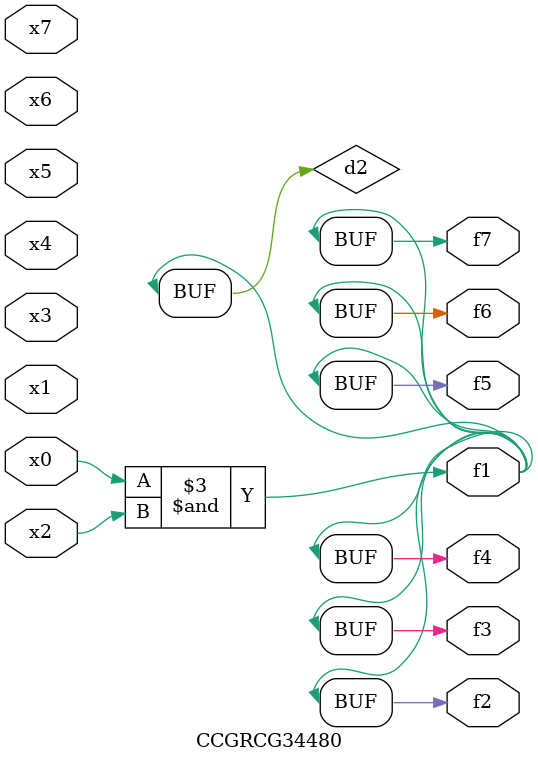
<source format=v>
module CCGRCG34480(
	input x0, x1, x2, x3, x4, x5, x6, x7,
	output f1, f2, f3, f4, f5, f6, f7
);

	wire d1, d2;

	nor (d1, x3, x6);
	and (d2, x0, x2);
	assign f1 = d2;
	assign f2 = d2;
	assign f3 = d2;
	assign f4 = d2;
	assign f5 = d2;
	assign f6 = d2;
	assign f7 = d2;
endmodule

</source>
